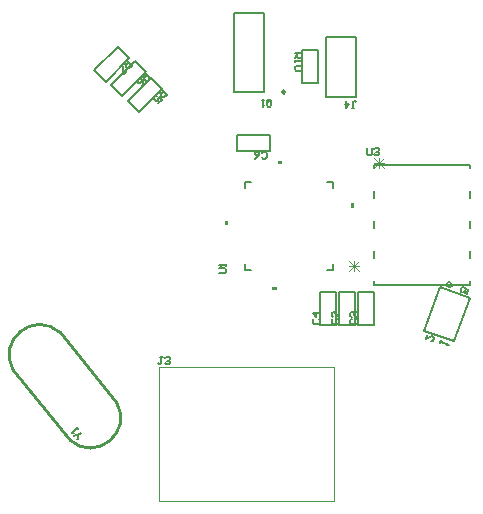
<source format=gto>
G04*
G04 #@! TF.GenerationSoftware,Altium Limited,Altium Designer,20.0.7 (75)*
G04*
G04 Layer_Color=65535*
%FSLAX44Y44*%
%MOMM*%
G71*
G01*
G75*
%ADD10C,0.2540*%
%ADD11C,0.2500*%
%ADD12C,0.1000*%
%ADD13C,0.1270*%
%ADD14C,0.2000*%
%ADD15C,0.1524*%
%ADD16C,0.0762*%
G36*
X25595Y-29070D02*
X29405D01*
Y-31610D01*
X25595D01*
Y-29070D01*
D02*
G37*
G36*
X-12070Y23595D02*
X-14610D01*
Y27405D01*
X-12070D01*
Y23595D01*
D02*
G37*
G36*
X30595Y75070D02*
X34405D01*
Y77610D01*
X30595D01*
Y75070D01*
D02*
G37*
G36*
X92070Y38595D02*
X94610D01*
Y42405D01*
X92070D01*
Y38595D01*
D02*
G37*
D10*
X-145470Y-158349D02*
G03*
X-105991Y-126379I17138J19198D01*
G01*
X-154124Y-66940D02*
G03*
X-193603Y-98909I-17002J-19366D01*
G01*
X-193697Y-98793D02*
X-145743Y-158012D01*
X-154218Y-66824D02*
X-106264Y-126042D01*
D11*
X36750Y136500D02*
G03*
X36750Y136500I-1250J0D01*
G01*
D12*
X78500Y-210000D02*
Y-96000D01*
X-70500D02*
X78500D01*
X-70500Y-210000D02*
Y-96000D01*
Y-210000D02*
X78500D01*
D13*
X179487Y-74821D02*
X192953Y-37825D01*
X167891Y-28704D02*
X192953Y-37825D01*
X154426Y-65699D02*
X167891Y-28704D01*
X154426Y-65699D02*
X179487Y-74821D01*
X66300Y-61100D02*
X79600D01*
Y-32800D01*
X66300D02*
X79600D01*
X66300Y-61100D02*
Y-32800D01*
X98300Y-61100D02*
X111600D01*
Y-32800D01*
X98300D02*
X111600D01*
X98300Y-61100D02*
Y-32800D01*
X82300Y-61100D02*
X95600D01*
Y-32800D01*
X82300D02*
X95600D01*
X82300Y-61100D02*
Y-32800D01*
X64700Y143800D02*
Y172100D01*
X51400Y143800D02*
X64700D01*
X51400D02*
Y172100D01*
X64700D01*
X-115303Y145222D02*
X-95292Y165233D01*
X-124708Y154626D02*
X-115303Y145222D01*
X-124708Y154626D02*
X-104697Y174637D01*
X-95292Y165233D01*
X-101303Y133222D02*
X-81292Y153233D01*
X-110708Y142626D02*
X-101303Y133222D01*
X-110708Y142626D02*
X-90697Y162637D01*
X-81292Y153233D01*
X-87303Y119222D02*
X-67292Y139233D01*
X-96708Y128626D02*
X-87303Y119222D01*
X-96708Y128626D02*
X-76697Y148637D01*
X-67292Y139233D01*
X-4200Y86300D02*
X24100D01*
X-4200D02*
Y99600D01*
X24100D01*
Y86300D02*
Y99600D01*
X168203Y-76120D02*
X169000Y-73928D01*
X168602Y-75024D01*
X175177Y-77417D01*
X173682Y-78114D01*
X157202Y-69212D02*
X155834Y-72969D01*
X160960Y-70579D01*
X161899Y-70921D01*
X162496Y-72203D01*
X161813Y-74081D01*
X160531Y-74679D01*
X179941Y-26131D02*
X178318Y-27668D01*
X175755Y-28863D01*
X173876Y-28179D01*
X173279Y-26898D01*
X173963Y-25019D01*
X175244Y-24421D01*
X176183Y-24763D01*
X176781Y-26045D01*
X175755Y-28863D01*
X191875Y-30475D02*
X190507Y-34232D01*
X187689Y-33206D01*
X189312Y-31669D01*
X189654Y-30730D01*
X189057Y-29449D01*
X187178Y-28765D01*
X185897Y-29362D01*
X185213Y-31241D01*
X185810Y-32522D01*
D14*
X-7000Y203500D02*
X19000D01*
X-7000Y136500D02*
X19000D01*
X-7000D02*
Y203500D01*
X19000Y136500D02*
Y203500D01*
X71300Y182700D02*
X96700D01*
Y131900D02*
Y182700D01*
X71300Y131900D02*
X96700D01*
X71300D02*
Y182700D01*
X-139398Y-157592D02*
X-138621Y-156962D01*
X-138326Y-154150D01*
X-141138Y-153855D01*
X-141914Y-154484D01*
X-138326Y-154150D02*
X-135995Y-152263D01*
X-138511Y-149156D02*
X-139769Y-147602D01*
X-139140Y-148379D01*
X-143802Y-152153D01*
X-142396Y-152301D01*
X-67000Y-88001D02*
X-68999D01*
X-67999D01*
Y-92999D01*
X-68999Y-93999D01*
X-69999D01*
X-70998Y-92999D01*
X-65000Y-89001D02*
X-64001Y-88001D01*
X-62001D01*
X-61002Y-89001D01*
Y-90000D01*
X-62001Y-91000D01*
X-63001D01*
X-62001D01*
X-61002Y-92000D01*
Y-92999D01*
X-62001Y-93999D01*
X-64001D01*
X-65000Y-92999D01*
X21001Y129000D02*
Y125001D01*
X22001Y124002D01*
X24000D01*
X25000Y125001D01*
Y129000D01*
X24000Y130000D01*
X22001D01*
X23001Y128000D02*
X21001Y130000D01*
X22001D02*
X21001Y129000D01*
X19002Y130000D02*
X17002D01*
X18002D01*
Y124002D01*
X19002Y125001D01*
X106002Y88999D02*
Y84001D01*
X107001Y83001D01*
X109001D01*
X110000Y84001D01*
Y88999D01*
X112000Y87999D02*
X112999Y88999D01*
X114999D01*
X115998Y87999D01*
Y87000D01*
X114999Y86000D01*
X113999D01*
X114999D01*
X115998Y85000D01*
Y84001D01*
X114999Y83001D01*
X112999D01*
X112000Y84001D01*
X61001Y-56000D02*
X60001Y-56999D01*
Y-58999D01*
X61001Y-59998D01*
X64999D01*
X65999Y-58999D01*
Y-56999D01*
X64999Y-56000D01*
X65999Y-51001D02*
X60001D01*
X63000Y-54000D01*
Y-50002D01*
X93001Y-56000D02*
X92001Y-56999D01*
Y-58999D01*
X93001Y-59998D01*
X96999D01*
X97999Y-58999D01*
Y-56999D01*
X96999Y-56000D01*
X93001Y-54000D02*
X92001Y-53001D01*
Y-51001D01*
X93001Y-50002D01*
X94000D01*
X95000Y-51001D01*
Y-52001D01*
Y-51001D01*
X96000Y-50002D01*
X96999D01*
X97999Y-51001D01*
Y-53001D01*
X96999Y-54000D01*
X77001Y-56000D02*
X76001Y-56999D01*
Y-58999D01*
X77001Y-59998D01*
X80999D01*
X81999Y-58999D01*
Y-56999D01*
X80999Y-56000D01*
X81999Y-50002D02*
Y-54000D01*
X78000Y-50002D01*
X77001D01*
X76001Y-51001D01*
Y-53001D01*
X77001Y-54000D01*
X-18999Y-16999D02*
X-14001D01*
X-13001Y-15999D01*
Y-14000D01*
X-14001Y-13000D01*
X-18999D01*
X-13001Y-11001D02*
Y-9001D01*
Y-10001D01*
X-18999D01*
X-17999Y-11001D01*
X45001Y169498D02*
X50999D01*
Y166499D01*
X49999Y165499D01*
X48000D01*
X47000Y166499D01*
Y169498D01*
Y167498D02*
X45001Y165499D01*
Y163500D02*
Y161500D01*
Y162500D01*
X50999D01*
X49999Y163500D01*
Y158501D02*
X50999Y157501D01*
Y155502D01*
X49999Y154502D01*
X46001D01*
X45001Y155502D01*
Y157501D01*
X46001Y158501D01*
X49999D01*
X-97273Y162827D02*
X-93031Y158585D01*
X-95152Y156465D01*
X-96566Y156465D01*
X-97979Y157878D01*
Y159292D01*
X-95859Y161413D01*
X-97273Y159999D02*
X-100100Y159999D01*
X-97273Y154344D02*
X-100100Y151517D01*
X-100807Y152223D01*
Y157878D01*
X-101514Y158585D01*
X-81858Y152241D02*
X-77617Y147999D01*
X-79738Y145879D01*
X-81152Y145879D01*
X-82565Y147293D01*
Y148706D01*
X-80445Y150827D01*
X-81858Y149413D02*
X-84686Y149413D01*
Y140931D02*
X-83979Y143051D01*
Y145879D01*
X-85393Y147293D01*
X-86806D01*
X-88220Y145879D01*
Y144465D01*
X-87513Y143758D01*
X-86100D01*
X-83979Y145879D01*
X-67858Y138241D02*
X-63617Y134000D01*
X-65738Y131879D01*
X-67151Y131879D01*
X-68565Y133293D01*
Y134706D01*
X-66445Y136827D01*
X-67858Y135413D02*
X-70686Y135413D01*
Y126931D02*
X-67858Y129758D01*
X-69979Y131879D01*
X-70686Y129758D01*
X-71393Y129051D01*
X-72807D01*
X-74220Y130465D01*
Y131879D01*
X-72807Y133293D01*
X-71393D01*
X93000Y123001D02*
X94999D01*
X93999D01*
Y127999D01*
X94999Y128999D01*
X95999D01*
X96998Y127999D01*
X88001Y128999D02*
Y123001D01*
X91000Y126000D01*
X87002D01*
X17000Y81001D02*
X17999Y80001D01*
X19999D01*
X20998Y81001D01*
Y84999D01*
X19999Y85999D01*
X17999D01*
X17000Y84999D01*
X11002Y80001D02*
X13001Y81001D01*
X15000Y83000D01*
Y84999D01*
X14001Y85999D01*
X12001D01*
X11002Y84999D01*
Y84000D01*
X12001Y83000D01*
X15000D01*
D15*
X112260Y-26700D02*
X193540D01*
Y-23601D01*
X112260Y74900D02*
X193540D01*
X112260Y72132D02*
Y74900D01*
Y46401D02*
Y52269D01*
Y21001D02*
Y27199D01*
Y-4399D02*
Y1799D01*
Y-26700D02*
Y-23601D01*
X193540Y-4399D02*
Y1799D01*
Y21001D02*
Y27199D01*
Y46401D02*
Y52599D01*
Y71801D02*
Y74900D01*
X72225Y60338D02*
X77338D01*
X2662Y55224D02*
Y60338D01*
Y-14338D02*
X7776D01*
X77338D02*
Y-9225D01*
Y55224D02*
Y60338D01*
X2662D02*
X7776D01*
X2662Y-14338D02*
Y-9225D01*
X72225Y-14338D02*
X77338D01*
D16*
X111625Y80654D02*
X120089Y72190D01*
X111625D02*
X120089Y80654D01*
X111625Y76422D02*
X120089D01*
X115857Y72190D02*
Y80654D01*
X99055Y-15040D02*
X90591Y-6576D01*
X99055D02*
X90591Y-15040D01*
X99055Y-10808D02*
X90591D01*
X94823Y-6576D02*
Y-15040D01*
M02*

</source>
